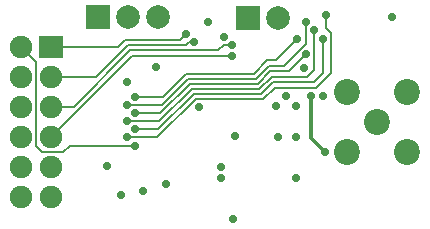
<source format=gbr>
G04 #@! TF.FileFunction,Copper,L3,Inr,Signal*
%FSLAX46Y46*%
G04 Gerber Fmt 4.6, Leading zero omitted, Abs format (unit mm)*
G04 Created by KiCad (PCBNEW 4.0.2+dfsg1-stable) date ven. 22 févr. 2019 08:36:17 CET*
%MOMM*%
G01*
G04 APERTURE LIST*
%ADD10C,0.100000*%
%ADD11R,2.000000X1.900000*%
%ADD12C,1.900000*%
%ADD13C,2.199640*%
%ADD14R,2.000000X2.000000*%
%ADD15C,2.000000*%
%ADD16C,0.711200*%
%ADD17C,0.304800*%
%ADD18C,0.203200*%
G04 APERTURE END LIST*
D10*
D11*
X136030000Y-98650000D03*
D12*
X136030000Y-101190000D03*
X136030000Y-103730000D03*
X136030000Y-106270000D03*
X136030000Y-108810000D03*
X136030000Y-111350000D03*
X133490000Y-98650000D03*
X133490000Y-101190000D03*
X133490000Y-103730000D03*
X133490000Y-106270000D03*
X133490000Y-108810000D03*
X133490000Y-111350000D03*
D13*
X161036000Y-107540000D03*
X161036000Y-102460000D03*
X166116000Y-107540000D03*
X166116000Y-102460000D03*
X163576000Y-105000000D03*
D14*
X139960000Y-96160000D03*
D15*
X142500000Y-96160000D03*
X145040000Y-96160000D03*
D14*
X152710000Y-96220000D03*
D15*
X155250000Y-96220000D03*
D16*
X159000000Y-102830000D03*
X155230000Y-106330000D03*
X148500000Y-103750000D03*
X142420000Y-101600000D03*
X149250000Y-96530000D03*
X164840000Y-96090000D03*
X155010000Y-103670000D03*
X156700000Y-103670000D03*
X156700000Y-106330000D03*
X156700000Y-109760000D03*
X140750000Y-108720000D03*
X151410000Y-113260000D03*
X150420000Y-109760000D03*
X143740000Y-110820000D03*
X145750000Y-110300000D03*
X157430000Y-100450000D03*
X155860000Y-102830000D03*
X151610000Y-106220000D03*
X150660000Y-97780000D03*
X150420000Y-108840000D03*
X144840000Y-100380000D03*
X141920000Y-111160000D03*
X158010000Y-102830000D03*
X159170000Y-107540000D03*
X151350000Y-99420000D03*
X151350000Y-98470000D03*
X148120000Y-98280000D03*
X147390000Y-97550000D03*
X156860000Y-98000000D03*
X143100000Y-102930000D03*
X157560000Y-96540000D03*
X142420000Y-103610000D03*
X143100000Y-104290000D03*
X157620000Y-99270000D03*
X158290000Y-97270000D03*
X142420000Y-104970000D03*
X159000000Y-98000000D03*
X143100000Y-105650000D03*
X142420000Y-106330000D03*
X159240000Y-95940000D03*
X143100000Y-107010000D03*
D17*
X158010000Y-102830000D02*
X158010000Y-106380000D01*
X158010000Y-106380000D02*
X159170000Y-107540000D01*
D18*
X151350000Y-99420000D02*
X142880000Y-99420000D01*
X142880000Y-99420000D02*
X136030000Y-106270000D01*
X151350000Y-98470000D02*
X150610000Y-98470000D01*
X150120000Y-98960000D02*
X142680000Y-98960000D01*
X150610000Y-98470000D02*
X150120000Y-98960000D01*
X137910000Y-103730000D02*
X136030000Y-103730000D01*
X142680000Y-98960000D02*
X137910000Y-103730000D01*
X148120000Y-98280000D02*
X147660000Y-98280000D01*
X139790000Y-101190000D02*
X136030000Y-101190000D01*
X142480000Y-98500000D02*
X139790000Y-101190000D01*
X147440000Y-98500000D02*
X142480000Y-98500000D01*
X147660000Y-98280000D02*
X147440000Y-98500000D01*
X146900000Y-98040000D02*
X142280000Y-98040000D01*
X146900000Y-98040000D02*
X147390000Y-97550000D01*
X141670000Y-98650000D02*
X136030000Y-98650000D01*
X142280000Y-98040000D02*
X141670000Y-98650000D01*
X155070000Y-99790000D02*
X154310000Y-99790000D01*
X155070000Y-99790000D02*
X156860000Y-98000000D01*
X145450000Y-102930000D02*
X143100000Y-102930000D01*
X147430000Y-100950000D02*
X145450000Y-102930000D01*
X153150000Y-100950000D02*
X147430000Y-100950000D01*
X154310000Y-99790000D02*
X153150000Y-100950000D01*
X157560000Y-96540000D02*
X157560000Y-98380000D01*
X145350000Y-103610000D02*
X142420000Y-103610000D01*
X147590000Y-101370000D02*
X145350000Y-103610000D01*
X153320000Y-101370000D02*
X147590000Y-101370000D01*
X154430000Y-100260000D02*
X153320000Y-101370000D01*
X155680000Y-100260000D02*
X154430000Y-100260000D01*
X157560000Y-98380000D02*
X155680000Y-100260000D01*
X154560000Y-100720000D02*
X156170000Y-100720000D01*
X154560000Y-100720000D02*
X153490000Y-101790000D01*
X153490000Y-101790000D02*
X147750000Y-101790000D01*
X147750000Y-101790000D02*
X145250000Y-104290000D01*
X145250000Y-104290000D02*
X143100000Y-104290000D01*
X156170000Y-100720000D02*
X157620000Y-99270000D01*
X158290000Y-97270000D02*
X158290000Y-100590000D01*
X145150000Y-104970000D02*
X142420000Y-104970000D01*
X147900000Y-102220000D02*
X145150000Y-104970000D01*
X153640000Y-102220000D02*
X147900000Y-102220000D01*
X154680000Y-101180000D02*
X153640000Y-102220000D01*
X157700000Y-101180000D02*
X154680000Y-101180000D01*
X158290000Y-100590000D02*
X157700000Y-101180000D01*
X159000000Y-98000000D02*
X159000000Y-100890000D01*
X145060000Y-105650000D02*
X143100000Y-105650000D01*
X148070000Y-102640000D02*
X145060000Y-105650000D01*
X153800000Y-102640000D02*
X148070000Y-102640000D01*
X154790000Y-101650000D02*
X153800000Y-102640000D01*
X158240000Y-101650000D02*
X154790000Y-101650000D01*
X159000000Y-100890000D02*
X158240000Y-101650000D01*
X159670000Y-100870000D02*
X159670000Y-97450000D01*
X159670000Y-100870000D02*
X158430000Y-102110000D01*
X158430000Y-102110000D02*
X154920000Y-102110000D01*
X154920000Y-102110000D02*
X153960000Y-103070000D01*
X153960000Y-103070000D02*
X148230000Y-103070000D01*
X148230000Y-103070000D02*
X144970000Y-106330000D01*
X144970000Y-106330000D02*
X142420000Y-106330000D01*
X159240000Y-97020000D02*
X159240000Y-95940000D01*
X159670000Y-97450000D02*
X159240000Y-97020000D01*
X143100000Y-107010000D02*
X137570000Y-107010000D01*
X134760000Y-99920000D02*
X133490000Y-98650000D01*
X134760000Y-107040000D02*
X134760000Y-99920000D01*
X135260000Y-107540000D02*
X134760000Y-107040000D01*
X137040000Y-107540000D02*
X135260000Y-107540000D01*
X137570000Y-107010000D02*
X137040000Y-107540000D01*
M02*

</source>
